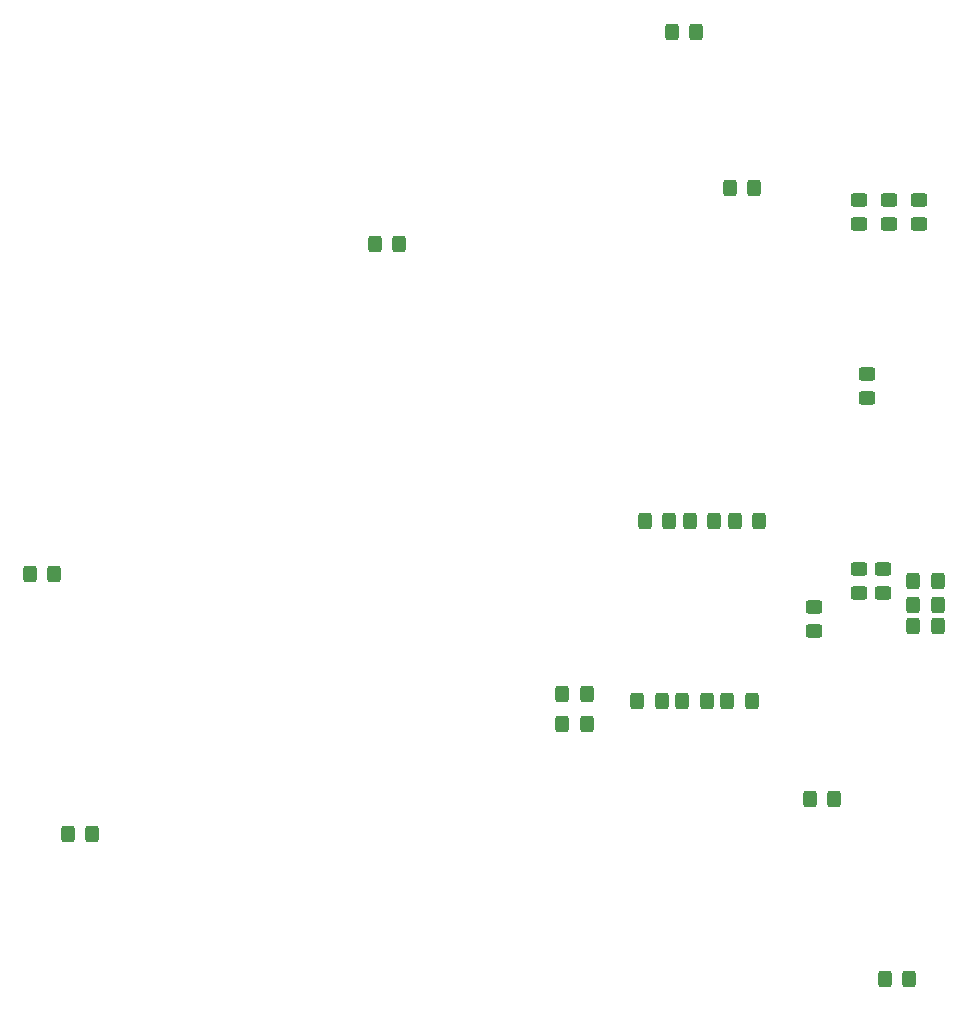
<source format=gbp>
G04 #@! TF.GenerationSoftware,KiCad,Pcbnew,(6.0.1)*
G04 #@! TF.CreationDate,2022-09-07T07:49:47-04:00*
G04 #@! TF.ProjectId,Z80_CPU,5a38305f-4350-4552-9e6b-696361645f70,1*
G04 #@! TF.SameCoordinates,Original*
G04 #@! TF.FileFunction,Paste,Bot*
G04 #@! TF.FilePolarity,Positive*
%FSLAX46Y46*%
G04 Gerber Fmt 4.6, Leading zero omitted, Abs format (unit mm)*
G04 Created by KiCad (PCBNEW (6.0.1)) date 2022-09-07 07:49:47*
%MOMM*%
%LPD*%
G01*
G04 APERTURE LIST*
G04 Aperture macros list*
%AMRoundRect*
0 Rectangle with rounded corners*
0 $1 Rounding radius*
0 $2 $3 $4 $5 $6 $7 $8 $9 X,Y pos of 4 corners*
0 Add a 4 corners polygon primitive as box body*
4,1,4,$2,$3,$4,$5,$6,$7,$8,$9,$2,$3,0*
0 Add four circle primitives for the rounded corners*
1,1,$1+$1,$2,$3*
1,1,$1+$1,$4,$5*
1,1,$1+$1,$6,$7*
1,1,$1+$1,$8,$9*
0 Add four rect primitives between the rounded corners*
20,1,$1+$1,$2,$3,$4,$5,0*
20,1,$1+$1,$4,$5,$6,$7,0*
20,1,$1+$1,$6,$7,$8,$9,0*
20,1,$1+$1,$8,$9,$2,$3,0*%
G04 Aperture macros list end*
%ADD10RoundRect,0.250000X-0.325000X-0.450000X0.325000X-0.450000X0.325000X0.450000X-0.325000X0.450000X0*%
%ADD11RoundRect,0.250000X0.325000X0.450000X-0.325000X0.450000X-0.325000X-0.450000X0.325000X-0.450000X0*%
%ADD12RoundRect,0.250000X0.450000X-0.325000X0.450000X0.325000X-0.450000X0.325000X-0.450000X-0.325000X0*%
%ADD13RoundRect,0.250000X-0.450000X0.325000X-0.450000X-0.325000X0.450000X-0.325000X0.450000X0.325000X0*%
G04 APERTURE END LIST*
D10*
X87113000Y-52070000D03*
X89163000Y-52070000D03*
D11*
X89163000Y-48260000D03*
X87113000Y-48260000D03*
D10*
X87113000Y-50292000D03*
X89163000Y-50292000D03*
D12*
X82550000Y-18043000D03*
X82550000Y-15993000D03*
X85090000Y-18043000D03*
X85090000Y-15993000D03*
X87630000Y-18043000D03*
X87630000Y-15993000D03*
D10*
X57395000Y-57785000D03*
X59445000Y-57785000D03*
X71365000Y-58420000D03*
X73415000Y-58420000D03*
X72000000Y-43180000D03*
X74050000Y-43180000D03*
D12*
X82550000Y-49285000D03*
X82550000Y-47235000D03*
D13*
X78740000Y-50410000D03*
X78740000Y-52460000D03*
D11*
X17607500Y-69659500D03*
X15557500Y-69659500D03*
X65795000Y-58420000D03*
X63745000Y-58420000D03*
X14360000Y-47625000D03*
X12310000Y-47625000D03*
X80400000Y-66675000D03*
X78350000Y-66675000D03*
X66430000Y-43180000D03*
X64380000Y-43180000D03*
D10*
X41520000Y-19685000D03*
X43570000Y-19685000D03*
D13*
X83185000Y-30725000D03*
X83185000Y-32775000D03*
D11*
X73625820Y-14932660D03*
X71575820Y-14932660D03*
D10*
X67555000Y-58420000D03*
X69605000Y-58420000D03*
D12*
X84582000Y-49285000D03*
X84582000Y-47235000D03*
D11*
X59445000Y-60325000D03*
X57395000Y-60325000D03*
X86750000Y-81915000D03*
X84700000Y-81915000D03*
D10*
X68190000Y-43180000D03*
X70240000Y-43180000D03*
D11*
X68716000Y-1778000D03*
X66666000Y-1778000D03*
M02*

</source>
